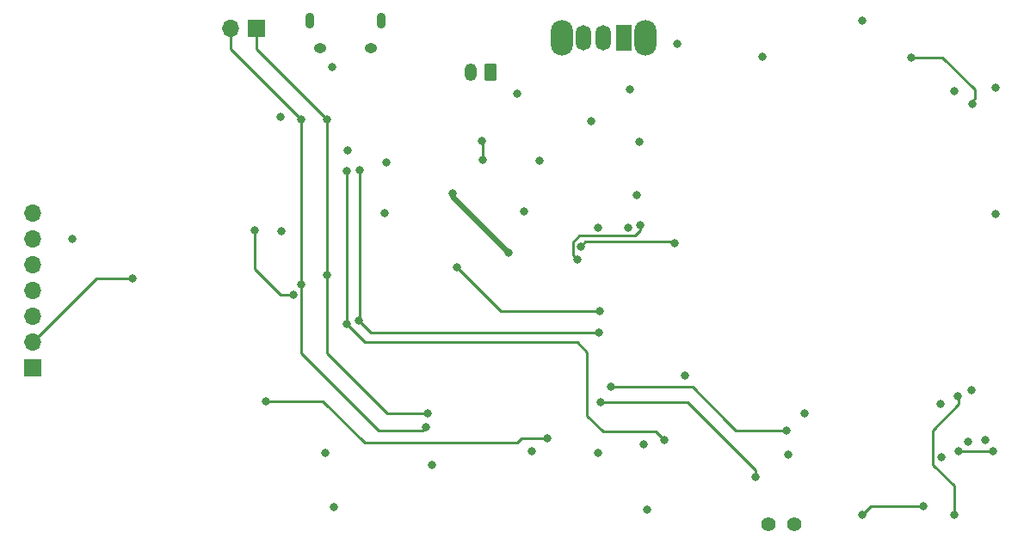
<source format=gbl>
G04 #@! TF.GenerationSoftware,KiCad,Pcbnew,(6.0.1-0)*
G04 #@! TF.CreationDate,2023-01-13T10:30:12+06:00*
G04 #@! TF.ProjectId,ESP_GSM,4553505f-4753-44d2-9e6b-696361645f70,rev?*
G04 #@! TF.SameCoordinates,Original*
G04 #@! TF.FileFunction,Copper,L4,Bot*
G04 #@! TF.FilePolarity,Positive*
%FSLAX46Y46*%
G04 Gerber Fmt 4.6, Leading zero omitted, Abs format (unit mm)*
G04 Created by KiCad (PCBNEW (6.0.1-0)) date 2023-01-13 10:30:12*
%MOMM*%
%LPD*%
G01*
G04 APERTURE LIST*
G04 Aperture macros list*
%AMRoundRect*
0 Rectangle with rounded corners*
0 $1 Rounding radius*
0 $2 $3 $4 $5 $6 $7 $8 $9 X,Y pos of 4 corners*
0 Add a 4 corners polygon primitive as box body*
4,1,4,$2,$3,$4,$5,$6,$7,$8,$9,$2,$3,0*
0 Add four circle primitives for the rounded corners*
1,1,$1+$1,$2,$3*
1,1,$1+$1,$4,$5*
1,1,$1+$1,$6,$7*
1,1,$1+$1,$8,$9*
0 Add four rect primitives between the rounded corners*
20,1,$1+$1,$2,$3,$4,$5,0*
20,1,$1+$1,$4,$5,$6,$7,0*
20,1,$1+$1,$6,$7,$8,$9,0*
20,1,$1+$1,$8,$9,$2,$3,0*%
G04 Aperture macros list end*
G04 #@! TA.AperFunction,ComponentPad*
%ADD10O,0.890000X1.550000*%
G04 #@! TD*
G04 #@! TA.AperFunction,ComponentPad*
%ADD11O,1.250000X0.950000*%
G04 #@! TD*
G04 #@! TA.AperFunction,ComponentPad*
%ADD12R,1.700000X1.700000*%
G04 #@! TD*
G04 #@! TA.AperFunction,ComponentPad*
%ADD13O,1.700000X1.700000*%
G04 #@! TD*
G04 #@! TA.AperFunction,ComponentPad*
%ADD14O,2.200000X3.500000*%
G04 #@! TD*
G04 #@! TA.AperFunction,ComponentPad*
%ADD15R,1.500000X2.500000*%
G04 #@! TD*
G04 #@! TA.AperFunction,ComponentPad*
%ADD16O,1.500000X2.500000*%
G04 #@! TD*
G04 #@! TA.AperFunction,ComponentPad*
%ADD17C,1.400000*%
G04 #@! TD*
G04 #@! TA.AperFunction,ComponentPad*
%ADD18RoundRect,0.250000X0.350000X0.625000X-0.350000X0.625000X-0.350000X-0.625000X0.350000X-0.625000X0*%
G04 #@! TD*
G04 #@! TA.AperFunction,ComponentPad*
%ADD19O,1.200000X1.750000*%
G04 #@! TD*
G04 #@! TA.AperFunction,ViaPad*
%ADD20C,0.800000*%
G04 #@! TD*
G04 #@! TA.AperFunction,Conductor*
%ADD21C,0.500000*%
G04 #@! TD*
G04 #@! TA.AperFunction,Conductor*
%ADD22C,0.250000*%
G04 #@! TD*
G04 #@! TA.AperFunction,Conductor*
%ADD23C,0.295910*%
G04 #@! TD*
G04 APERTURE END LIST*
D10*
X97220000Y-43455000D03*
D11*
X96220000Y-46155000D03*
X91220000Y-46155000D03*
D10*
X90220000Y-43455000D03*
D12*
X63000000Y-77600000D03*
D13*
X63000000Y-75060000D03*
X63000000Y-72520000D03*
X63000000Y-69980000D03*
X63000000Y-67440000D03*
X63000000Y-64900000D03*
X63000000Y-62360000D03*
D12*
X85010000Y-44150000D03*
D13*
X82470000Y-44150000D03*
D14*
X123230000Y-45092500D03*
X115030000Y-45092500D03*
D15*
X121130000Y-45092500D03*
D16*
X119130000Y-45092500D03*
X117130000Y-45092500D03*
D17*
X135330000Y-93010000D03*
X137870000Y-93010000D03*
D18*
X108040000Y-48520000D03*
D19*
X106040000Y-48520000D03*
D20*
X127110000Y-78380000D03*
X134760000Y-47020000D03*
X123440000Y-91590000D03*
X144560000Y-43450000D03*
X152300000Y-81160000D03*
X137275000Y-86165000D03*
X121730000Y-50210000D03*
X155380000Y-79870000D03*
X123080000Y-85180000D03*
X92410000Y-47990000D03*
X121545000Y-63845000D03*
X155030000Y-84940000D03*
X111290000Y-62220000D03*
X152395000Y-86405000D03*
X87320000Y-52920000D03*
X97620000Y-62360000D03*
X102260000Y-87220000D03*
X118595000Y-63855000D03*
X157740000Y-50030000D03*
X110620000Y-50580000D03*
X97780000Y-57410000D03*
X87460000Y-64170000D03*
X157690000Y-62480000D03*
X126415000Y-45705000D03*
X91715000Y-86012500D03*
X156660000Y-84780000D03*
X153637500Y-50362500D03*
X122660000Y-55360000D03*
X138880000Y-82100000D03*
X112075000Y-85825000D03*
X93920000Y-56200000D03*
X92570000Y-91370000D03*
X122375000Y-60635000D03*
X104250000Y-60460000D03*
X109800000Y-66320000D03*
X118594500Y-85979000D03*
X66840000Y-64900000D03*
X117940000Y-53350000D03*
X112860000Y-57220000D03*
X155420000Y-51650000D03*
X149370000Y-47050000D03*
X85910000Y-80920000D03*
X113600000Y-84610000D03*
X89400000Y-53140000D03*
X101640000Y-83470000D03*
X89380000Y-69410000D03*
X101850000Y-82130000D03*
X91950000Y-68500000D03*
X91950000Y-53200000D03*
X93850000Y-73300000D03*
X93845000Y-58245000D03*
X125100000Y-84720000D03*
X118680000Y-74150000D03*
X95105000Y-58145000D03*
X95080000Y-72960000D03*
X107280000Y-57140000D03*
X107130000Y-55250000D03*
X153610000Y-92100000D03*
X154005000Y-80455000D03*
X122740000Y-63560000D03*
X116560000Y-66950000D03*
X116900000Y-65660000D03*
X126110000Y-65360000D03*
X118850000Y-81010000D03*
X134060006Y-88400001D03*
X118770000Y-72040000D03*
X104680000Y-67700000D03*
X72750000Y-68840000D03*
X84840000Y-64070000D03*
X88640000Y-70420000D03*
X157450003Y-85830004D03*
X154090000Y-85850000D03*
X144600000Y-92120000D03*
X150600000Y-91250000D03*
X137130000Y-83840000D03*
X119880000Y-79530000D03*
D21*
X109800000Y-66320000D02*
X104250000Y-60770000D01*
X104250000Y-60770000D02*
X104250000Y-60460000D01*
D22*
X155670000Y-50230000D02*
X155670000Y-51090000D01*
X155420000Y-51340000D02*
X155420000Y-51650000D01*
X152490000Y-47050000D02*
X155670000Y-50230000D01*
X149370000Y-47050000D02*
X152490000Y-47050000D01*
X155670000Y-51090000D02*
X155420000Y-51340000D01*
X110670000Y-85020000D02*
X111080000Y-84610000D01*
X91510000Y-80920000D02*
X85910000Y-80920000D01*
X111080000Y-84610000D02*
X113600000Y-84610000D01*
X105760000Y-85020000D02*
X95610000Y-85020000D01*
X95610000Y-85020000D02*
X91510000Y-80920000D01*
X109680000Y-85020000D02*
X110670000Y-85020000D01*
X105760000Y-85020000D02*
X109680000Y-85020000D01*
X82470000Y-46210000D02*
X89400000Y-53140000D01*
D23*
X96970000Y-83780000D02*
X101330000Y-83780000D01*
X101330000Y-83780000D02*
X101640000Y-83470000D01*
X89400000Y-53140000D02*
X89400000Y-76210000D01*
D22*
X82470000Y-44150000D02*
X82470000Y-46210000D01*
D23*
X89400000Y-76210000D02*
X96970000Y-83780000D01*
X91950000Y-53200000D02*
X91950000Y-68500000D01*
X91950000Y-53200000D02*
X85010000Y-46260000D01*
X85010000Y-46260000D02*
X85010000Y-44150000D01*
X91950000Y-76200000D02*
X97880000Y-82130000D01*
X97880000Y-82130000D02*
X101850000Y-82130000D01*
X91950000Y-68500000D02*
X91950000Y-76200000D01*
D22*
X117530000Y-76080000D02*
X117530000Y-82330000D01*
X93845000Y-60265000D02*
X93845000Y-58245000D01*
X119090000Y-83890000D02*
X124270000Y-83890000D01*
X95620000Y-75070000D02*
X116520000Y-75070000D01*
X117530000Y-82330000D02*
X119090000Y-83890000D01*
X116520000Y-75070000D02*
X117530000Y-76080000D01*
X124270000Y-83890000D02*
X125100000Y-84720000D01*
X93850000Y-73300000D02*
X95620000Y-75070000D01*
X93845000Y-60265000D02*
X93850000Y-60270000D01*
X93850000Y-60270000D02*
X93850000Y-73300000D01*
X93865000Y-60285000D02*
X93845000Y-60265000D01*
X95155000Y-72885000D02*
X95080000Y-72960000D01*
X95155000Y-58195000D02*
X95155000Y-72885000D01*
X118680000Y-74150000D02*
X96270000Y-74150000D01*
X96270000Y-74150000D02*
X95080000Y-72960000D01*
X95105000Y-58145000D02*
X95155000Y-58195000D01*
X107280000Y-57140000D02*
X107280000Y-55400000D01*
X107280000Y-55400000D02*
X107130000Y-55250000D01*
X153610000Y-89270000D02*
X151500000Y-87160000D01*
X153610000Y-92100000D02*
X153610000Y-89270000D01*
X154080000Y-81220000D02*
X154080000Y-80530000D01*
X151500000Y-83800000D02*
X154080000Y-81220000D01*
X154080000Y-80530000D02*
X154005000Y-80455000D01*
X151500000Y-87160000D02*
X151500000Y-83800000D01*
X122770000Y-64060000D02*
X122770000Y-63590000D01*
X122770000Y-63590000D02*
X122740000Y-63560000D01*
X116560000Y-66950000D02*
X116120000Y-66510000D01*
X116760000Y-64630000D02*
X116120000Y-65270000D01*
X122200000Y-64630000D02*
X122770000Y-64060000D01*
X116120000Y-66510000D02*
X116120000Y-65270000D01*
X117710000Y-64630000D02*
X116760000Y-64630000D01*
X117710000Y-64630000D02*
X122200000Y-64630000D01*
X116900000Y-65660000D02*
X116900000Y-65650000D01*
X117350000Y-65200000D02*
X125950000Y-65200000D01*
X125950000Y-65200000D02*
X126110000Y-65360000D01*
X116900000Y-65650000D02*
X117350000Y-65200000D01*
D23*
X127380000Y-81010000D02*
X118850000Y-81010000D01*
X134060006Y-88400001D02*
X134060006Y-87690006D01*
X134060006Y-87690006D02*
X127380000Y-81010000D01*
D22*
X118300000Y-72060000D02*
X118750000Y-72060000D01*
X104680000Y-67700000D02*
X109040000Y-72060000D01*
X109040000Y-72060000D02*
X118300000Y-72060000D01*
X118750000Y-72060000D02*
X118770000Y-72040000D01*
X69220000Y-68840000D02*
X63000000Y-75060000D01*
X72750000Y-68840000D02*
X69220000Y-68840000D01*
D23*
X84840000Y-64070000D02*
X84840000Y-67870000D01*
X87390000Y-70420000D02*
X88640000Y-70420000D01*
X84840000Y-67870000D02*
X87390000Y-70420000D01*
X154109996Y-85830004D02*
X154090000Y-85850000D01*
X157450003Y-85830004D02*
X154109996Y-85830004D01*
D22*
X150600000Y-91250000D02*
X147370000Y-91250000D01*
X147370000Y-91250000D02*
X145470000Y-91250000D01*
X145470000Y-91250000D02*
X144600000Y-92120000D01*
X119880000Y-79530000D02*
X127900000Y-79530000D01*
X131380000Y-83010000D02*
X132160000Y-83790000D01*
X137080000Y-83790000D02*
X137130000Y-83840000D01*
X136900000Y-83790000D02*
X137080000Y-83790000D01*
X132160000Y-83790000D02*
X136900000Y-83790000D01*
X127900000Y-79530000D02*
X131380000Y-83010000D01*
M02*

</source>
